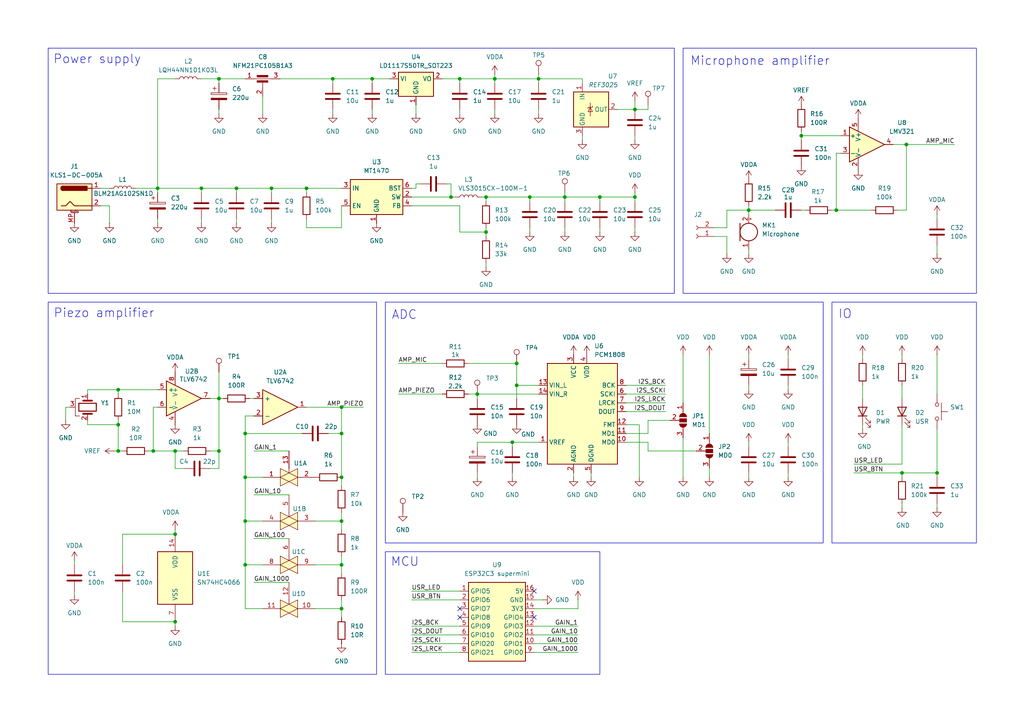
<source format=kicad_sch>
(kicad_sch (version 20231120) (generator "eeschema") (generator_version "8.0")
  (paper "A4")
  (junction (at 88.9 54.61))
  (junction (at 34.29 130.81))
  (junction (at 149.86 105.41))
  (junction (at 153.67 57.15))
  (junction (at 44.45 130.81))
  (junction (at 130.81 57.15))
  (junction (at 71.12 138.43))
  (junction (at 58.42 54.61))
  (junction (at 45.72 54.61))
  (junction (at 138.43 114.3))
  (junction (at 262.89 41.91))
  (junction (at 184.15 31.75))
  (junction (at 99.06 138.43))
  (junction (at 50.8 180.34))
  (junction (at 34.29 113.03))
  (junction (at 149.86 111.76))
  (junction (at 184.15 57.15))
  (junction (at 140.97 67.31))
  (junction (at 50.8 130.81))
  (junction (at 63.5 130.81))
  (junction (at 99.06 118.11))
  (junction (at 50.8 154.94))
  (junction (at 217.17 60.96))
  (junction (at 71.12 125.73))
  (junction (at 99.06 163.83))
  (junction (at 163.83 57.15))
  (junction (at 96.52 22.86))
  (junction (at 99.06 151.13))
  (junction (at 148.59 128.27))
  (junction (at 107.95 22.86))
  (junction (at 261.62 137.16))
  (junction (at 232.41 39.37))
  (junction (at 63.5 115.57))
  (junction (at 78.74 54.61))
  (junction (at 133.35 22.86))
  (junction (at 143.51 22.86))
  (junction (at 68.58 54.61))
  (junction (at 173.99 57.15))
  (junction (at 99.06 125.73))
  (junction (at 63.5 22.86))
  (junction (at 140.97 57.15))
  (junction (at 271.78 137.16))
  (junction (at 156.21 22.86))
  (junction (at 71.12 163.83))
  (junction (at 99.06 176.53))
  (junction (at 71.12 151.13))
  (junction (at 34.29 123.19))
  (junction (at 242.57 60.96))
  (no_connect (at 133.35 176.53))
  (no_connect (at 154.94 171.45))
  (no_connect (at 154.94 179.07))
  (no_connect (at 133.35 179.07))
  (wire (pts (xy 154.94 184.15) (xy 167.64 184.15)))
  (wire (pts (xy 228.6 128.27) (xy 228.6 129.54)))
  (wire (pts (xy 138.43 128.27) (xy 148.59 128.27)))
  (wire (pts (xy 34.29 123.19) (xy 34.29 121.92)))
  (wire (pts (xy 31.75 59.69) (xy 29.21 59.69)))
  (wire (pts (xy 205.74 135.89) (xy 205.74 138.43)))
  (wire (pts (xy 232.41 39.37) (xy 243.84 39.37)))
  (wire (pts (xy 63.5 31.75) (xy 63.5 33.02)))
  (wire (pts (xy 217.17 60.96) (xy 217.17 62.23)))
  (wire (pts (xy 167.64 176.53) (xy 154.94 176.53)))
  (wire (pts (xy 34.29 130.81) (xy 34.29 123.19)))
  (wire (pts (xy 262.89 60.96) (xy 260.35 60.96)))
  (wire (pts (xy 187.96 125.73) (xy 181.61 125.73)))
  (wire (pts (xy 99.06 173.99) (xy 99.06 176.53)))
  (wire (pts (xy 81.28 22.86) (xy 96.52 22.86)))
  (wire (pts (xy 88.9 55.88) (xy 88.9 54.61)))
  (wire (pts (xy 71.12 125.73) (xy 71.12 120.65)))
  (wire (pts (xy 78.74 54.61) (xy 78.74 55.88)))
  (wire (pts (xy 119.38 57.15) (xy 130.81 57.15)))
  (wire (pts (xy 45.72 22.86) (xy 45.72 54.61)))
  (wire (pts (xy 91.44 163.83) (xy 99.06 163.83)))
  (wire (pts (xy 76.2 176.53) (xy 71.12 176.53)))
  (wire (pts (xy 99.06 151.13) (xy 99.06 153.67)))
  (wire (pts (xy 19.05 121.92) (xy 19.05 118.11)))
  (wire (pts (xy 217.17 102.87) (xy 217.17 104.14)))
  (wire (pts (xy 247.65 137.16) (xy 261.62 137.16)))
  (wire (pts (xy 250.19 123.19) (xy 250.19 124.46)))
  (wire (pts (xy 44.45 118.11) (xy 44.45 130.81)))
  (wire (pts (xy 50.8 130.81) (xy 53.34 130.81)))
  (wire (pts (xy 58.42 22.86) (xy 63.5 22.86)))
  (wire (pts (xy 167.64 173.99) (xy 167.64 176.53)))
  (wire (pts (xy 242.57 44.45) (xy 242.57 60.96)))
  (wire (pts (xy 217.17 111.76) (xy 217.17 113.03)))
  (wire (pts (xy 247.65 134.62) (xy 261.62 134.62)))
  (wire (pts (xy 262.89 41.91) (xy 262.89 60.96)))
  (wire (pts (xy 210.82 66.04) (xy 210.82 60.96)))
  (wire (pts (xy 63.5 115.57) (xy 63.5 130.81)))
  (wire (pts (xy 71.12 151.13) (xy 71.12 163.83)))
  (wire (pts (xy 119.38 171.45) (xy 133.35 171.45)))
  (wire (pts (xy 163.83 57.15) (xy 173.99 57.15)))
  (wire (pts (xy 138.43 128.27) (xy 138.43 129.54)))
  (wire (pts (xy 25.4 123.19) (xy 34.29 123.19)))
  (wire (pts (xy 198.12 102.87) (xy 198.12 116.84)))
  (wire (pts (xy 95.25 125.73) (xy 99.06 125.73)))
  (wire (pts (xy 119.38 184.15) (xy 133.35 184.15)))
  (wire (pts (xy 63.5 115.57) (xy 64.77 115.57)))
  (wire (pts (xy 133.35 67.31) (xy 140.97 67.31)))
  (wire (pts (xy 60.96 115.57) (xy 63.5 115.57)))
  (wire (pts (xy 99.06 179.07) (xy 99.06 176.53)))
  (wire (pts (xy 63.5 135.89) (xy 60.96 135.89)))
  (wire (pts (xy 140.97 57.15) (xy 140.97 58.42)))
  (wire (pts (xy 148.59 138.43) (xy 148.59 137.16)))
  (wire (pts (xy 271.78 137.16) (xy 271.78 138.43)))
  (wire (pts (xy 76.2 163.83) (xy 71.12 163.83)))
  (wire (pts (xy 107.95 22.86) (xy 113.03 22.86)))
  (wire (pts (xy 173.99 57.15) (xy 184.15 57.15)))
  (wire (pts (xy 58.42 63.5) (xy 58.42 64.77)))
  (wire (pts (xy 35.56 180.34) (xy 50.8 180.34)))
  (wire (pts (xy 163.83 58.42) (xy 163.83 57.15)))
  (wire (pts (xy 271.78 102.87) (xy 271.78 114.3)))
  (wire (pts (xy 154.94 181.61) (xy 167.64 181.61)))
  (wire (pts (xy 187.96 128.27) (xy 181.61 128.27)))
  (wire (pts (xy 34.29 113.03) (xy 34.29 114.3)))
  (wire (pts (xy 39.37 54.61) (xy 45.72 54.61)))
  (wire (pts (xy 71.12 125.73) (xy 87.63 125.73)))
  (wire (pts (xy 149.86 111.76) (xy 156.21 111.76)))
  (wire (pts (xy 181.61 111.76) (xy 193.04 111.76)))
  (wire (pts (xy 140.97 67.31) (xy 140.97 68.58)))
  (wire (pts (xy 241.3 60.96) (xy 242.57 60.96)))
  (wire (pts (xy 121.92 53.34) (xy 120.65 53.34)))
  (wire (pts (xy 25.4 113.03) (xy 25.4 114.3)))
  (wire (pts (xy 217.17 137.16) (xy 217.17 138.43)))
  (wire (pts (xy 261.62 137.16) (xy 261.62 138.43)))
  (wire (pts (xy 261.62 147.32) (xy 261.62 146.05)))
  (wire (pts (xy 168.91 39.37) (xy 168.91 40.64)))
  (wire (pts (xy 45.72 54.61) (xy 58.42 54.61)))
  (wire (pts (xy 187.96 121.92) (xy 187.96 125.73)))
  (wire (pts (xy 181.61 114.3) (xy 193.04 114.3)))
  (wire (pts (xy 138.43 114.3) (xy 156.21 114.3)))
  (wire (pts (xy 21.59 172.72) (xy 21.59 171.45)))
  (wire (pts (xy 173.99 58.42) (xy 173.99 57.15)))
  (wire (pts (xy 133.35 22.86) (xy 143.51 22.86)))
  (wire (pts (xy 88.9 118.11) (xy 99.06 118.11)))
  (wire (pts (xy 149.86 111.76) (xy 149.86 115.57)))
  (wire (pts (xy 210.82 73.66) (xy 210.82 68.58)))
  (wire (pts (xy 50.8 153.67) (xy 50.8 154.94)))
  (wire (pts (xy 140.97 67.31) (xy 140.97 66.04)))
  (wire (pts (xy 21.59 162.56) (xy 21.59 163.83)))
  (wire (pts (xy 179.07 31.75) (xy 184.15 31.75)))
  (wire (pts (xy 99.06 118.11) (xy 99.06 125.73)))
  (wire (pts (xy 184.15 39.37) (xy 184.15 40.64)))
  (wire (pts (xy 73.66 130.81) (xy 83.82 130.81)))
  (wire (pts (xy 261.62 111.76) (xy 261.62 115.57)))
  (wire (pts (xy 107.95 24.13) (xy 107.95 22.86)))
  (wire (pts (xy 261.62 102.87) (xy 261.62 104.14)))
  (wire (pts (xy 271.78 62.23) (xy 271.78 63.5)))
  (wire (pts (xy 63.5 24.13) (xy 63.5 22.86)))
  (wire (pts (xy 149.86 105.41) (xy 149.86 111.76)))
  (wire (pts (xy 228.6 102.87) (xy 228.6 104.14)))
  (wire (pts (xy 96.52 22.86) (xy 107.95 22.86)))
  (wire (pts (xy 156.21 24.13) (xy 156.21 22.86)))
  (wire (pts (xy 181.61 119.38) (xy 193.04 119.38)))
  (wire (pts (xy 184.15 66.04) (xy 184.15 67.31)))
  (wire (pts (xy 33.02 130.81) (xy 34.29 130.81)))
  (wire (pts (xy 217.17 60.96) (xy 224.79 60.96)))
  (wire (pts (xy 120.65 53.34) (xy 120.65 54.61)))
  (wire (pts (xy 242.57 44.45) (xy 243.84 44.45)))
  (wire (pts (xy 135.89 105.41) (xy 149.86 105.41)))
  (wire (pts (xy 115.57 114.3) (xy 128.27 114.3)))
  (wire (pts (xy 232.41 60.96) (xy 233.68 60.96)))
  (wire (pts (xy 271.78 146.05) (xy 271.78 147.32)))
  (wire (pts (xy 168.91 24.13) (xy 168.91 22.86)))
  (wire (pts (xy 99.06 140.97) (xy 99.06 138.43)))
  (wire (pts (xy 128.27 22.86) (xy 133.35 22.86)))
  (wire (pts (xy 35.56 163.83) (xy 35.56 154.94)))
  (wire (pts (xy 71.12 138.43) (xy 71.12 151.13)))
  (wire (pts (xy 76.2 151.13) (xy 71.12 151.13)))
  (wire (pts (xy 129.54 53.34) (xy 130.81 53.34)))
  (wire (pts (xy 138.43 137.16) (xy 138.43 138.43)))
  (wire (pts (xy 19.05 118.11) (xy 20.32 118.11)))
  (wire (pts (xy 73.66 143.51) (xy 83.82 143.51)))
  (wire (pts (xy 153.67 57.15) (xy 163.83 57.15)))
  (wire (pts (xy 34.29 130.81) (xy 35.56 130.81)))
  (wire (pts (xy 63.5 130.81) (xy 63.5 135.89)))
  (wire (pts (xy 99.06 161.29) (xy 99.06 163.83)))
  (wire (pts (xy 50.8 22.86) (xy 45.72 22.86)))
  (wire (pts (xy 96.52 31.75) (xy 96.52 33.02)))
  (wire (pts (xy 99.06 118.11) (xy 105.41 118.11)))
  (wire (pts (xy 261.62 134.62) (xy 261.62 123.19)))
  (wire (pts (xy 184.15 58.42) (xy 184.15 57.15)))
  (wire (pts (xy 153.67 66.04) (xy 153.67 67.31)))
  (wire (pts (xy 187.96 30.48) (xy 187.96 31.75)))
  (wire (pts (xy 99.06 166.37) (xy 99.06 163.83)))
  (wire (pts (xy 99.06 66.04) (xy 99.06 59.69)))
  (wire (pts (xy 88.9 66.04) (xy 99.06 66.04)))
  (wire (pts (xy 154.94 186.69) (xy 167.64 186.69)))
  (wire (pts (xy 76.2 27.94) (xy 76.2 33.02)))
  (wire (pts (xy 156.21 21.59) (xy 156.21 22.86)))
  (wire (pts (xy 60.96 130.81) (xy 63.5 130.81)))
  (wire (pts (xy 58.42 55.88) (xy 58.42 54.61)))
  (wire (pts (xy 130.81 53.34) (xy 130.81 57.15)))
  (wire (pts (xy 250.19 102.87) (xy 250.19 104.14)))
  (wire (pts (xy 76.2 138.43) (xy 71.12 138.43)))
  (wire (pts (xy 73.66 156.21) (xy 83.82 156.21)))
  (wire (pts (xy 63.5 22.86) (xy 71.12 22.86)))
  (wire (pts (xy 210.82 60.96) (xy 217.17 60.96)))
  (wire (pts (xy 198.12 127) (xy 198.12 138.43)))
  (wire (pts (xy 73.66 168.91) (xy 83.82 168.91)))
  (wire (pts (xy 187.96 31.75) (xy 184.15 31.75)))
  (wire (pts (xy 99.06 148.59) (xy 99.06 151.13)))
  (wire (pts (xy 228.6 113.03) (xy 228.6 111.76)))
  (wire (pts (xy 185.42 138.43) (xy 185.42 123.19)))
  (wire (pts (xy 140.97 76.2) (xy 140.97 77.47)))
  (wire (pts (xy 171.45 138.43) (xy 171.45 137.16)))
  (wire (pts (xy 133.35 59.69) (xy 133.35 67.31)))
  (wire (pts (xy 140.97 57.15) (xy 153.67 57.15)))
  (wire (pts (xy 72.39 115.57) (xy 73.66 115.57)))
  (wire (pts (xy 143.51 22.86) (xy 156.21 22.86)))
  (wire (pts (xy 181.61 116.84) (xy 193.04 116.84)))
  (wire (pts (xy 119.38 59.69) (xy 133.35 59.69)))
  (wire (pts (xy 119.38 173.99) (xy 133.35 173.99)))
  (wire (pts (xy 34.29 113.03) (xy 45.72 113.03)))
  (wire (pts (xy 44.45 130.81) (xy 43.18 130.81)))
  (wire (pts (xy 96.52 22.86) (xy 96.52 24.13)))
  (wire (pts (xy 143.51 31.75) (xy 143.51 33.02)))
  (wire (pts (xy 68.58 63.5) (xy 68.58 64.77)))
  (wire (pts (xy 143.51 21.59) (xy 143.51 22.86)))
  (wire (pts (xy 252.73 60.96) (xy 242.57 60.96)))
  (wire (pts (xy 250.19 111.76) (xy 250.19 115.57)))
  (wire (pts (xy 139.7 57.15) (xy 140.97 57.15)))
  (wire (pts (xy 194.31 121.92) (xy 187.96 121.92)))
  (wire (pts (xy 156.21 22.86) (xy 168.91 22.86)))
  (wire (pts (xy 45.72 118.11) (xy 44.45 118.11)))
  (wire (pts (xy 35.56 171.45) (xy 35.56 180.34)))
  (wire (pts (xy 99.06 125.73) (xy 99.06 138.43)))
  (wire (pts (xy 232.41 39.37) (xy 232.41 40.64)))
  (wire (pts (xy 201.93 130.81) (xy 187.96 130.81)))
  (wire (pts (xy 207.01 66.04) (xy 210.82 66.04)))
  (wire (pts (xy 25.4 121.92) (xy 25.4 123.19)))
  (wire (pts (xy 135.89 114.3) (xy 138.43 114.3)))
  (wire (pts (xy 130.81 57.15) (xy 132.08 57.15)))
  (wire (pts (xy 119.38 186.69) (xy 133.35 186.69)))
  (wire (pts (xy 185.42 123.19) (xy 181.61 123.19)))
  (wire (pts (xy 228.6 138.43) (xy 228.6 137.16)))
  (wire (pts (xy 232.41 38.1) (xy 232.41 39.37)))
  (wire (pts (xy 173.99 66.04) (xy 173.99 67.31)))
  (wire (pts (xy 91.44 151.13) (xy 99.06 151.13)))
  (wire (pts (xy 63.5 107.95) (xy 63.5 115.57)))
  (wire (pts (xy 119.38 189.23) (xy 133.35 189.23)))
  (wire (pts (xy 120.65 54.61) (xy 119.38 54.61)))
  (wire (pts (xy 187.96 130.81) (xy 187.96 128.27)))
  (wire (pts (xy 148.59 129.54) (xy 148.59 128.27)))
  (wire (pts (xy 154.94 189.23) (xy 167.64 189.23)))
  (wire (pts (xy 163.83 55.88) (xy 163.83 57.15)))
  (wire (pts (xy 71.12 120.65) (xy 73.66 120.65)))
  (wire (pts (xy 50.8 135.89) (xy 50.8 130.81)))
  (wire (pts (xy 68.58 55.88) (xy 68.58 54.61)))
  (wire (pts (xy 133.35 24.13) (xy 133.35 22.86)))
  (wire (pts (xy 262.89 41.91) (xy 276.86 41.91)))
  (wire (pts (xy 119.38 181.61) (xy 133.35 181.61)))
  (wire (pts (xy 68.58 54.61) (xy 78.74 54.61)))
  (wire (pts (xy 31.75 64.77) (xy 31.75 59.69)))
  (wire (pts (xy 210.82 68.58) (xy 207.01 68.58)))
  (wire (pts (xy 34.29 113.03) (xy 25.4 113.03)))
  (wire (pts (xy 45.72 63.5) (xy 45.72 64.77)))
  (wire (pts (xy 184.15 31.75) (xy 184.15 29.21)))
  (wire (pts (xy 45.72 55.88) (xy 45.72 54.61)))
  (wire (pts (xy 58.42 54.61) (xy 68.58 54.61)))
  (wire (pts (xy 271.78 124.46) (xy 271.78 137.16)))
  (wire (pts (xy 71.12 176.53) (xy 71.12 163.83)))
  (wire (pts (xy 71.12 125.73) (xy 71.12 138.43)))
  (wire (pts (xy 115.57 105.41) (xy 128.27 105.41)))
  (wire (pts (xy 153.67 58.42) (xy 153.67 57.15)))
  (wire (pts (xy 29.21 54.61) (xy 31.75 54.61)))
  (wire (pts (xy 133.35 31.75) (xy 133.35 33.02)))
  (wire (pts (xy 217.17 128.27) (xy 217.17 129.54)))
  (wire (pts (xy 166.37 138.43) (xy 166.37 137.16)))
  (wire (pts (xy 138.43 114.3) (xy 138.43 115.57)))
  (wire (pts (xy 50.8 130.81) (xy 44.45 130.81)))
  (wire (pts (xy 148.59 128.27) (xy 156.21 128.27)))
  (wire (pts (xy 156.21 31.75) (xy 156.21 33.02)))
  (wire (pts (xy 184.15 55.88) (xy 184.15 57.15)))
  (wire (pts (xy 78.74 63.5) (xy 78.74 64.77)))
  (wire (pts (xy 107.95 31.75) (xy 107.95 33.02)))
  (wire (pts (xy 154.94 173.99) (xy 157.48 173.99)))
  (wire (pts (xy 205.74 102.87) (xy 205.74 125.73)))
  (wire (pts (xy 91.44 176.53) (xy 99.06 176.53)))
  (wire (pts (xy 50.8 180.34) (xy 50.8 181.61)))
  (wire (pts (xy 217.17 73.66) (xy 217.17 72.39)))
  (wire (pts (xy 163.83 66.04) (xy 163.83 67.31)))
  (wire (pts (xy 261.62 137.16) (xy 271.78 137.16)))
  (wire (pts (xy 259.08 41.91) (xy 262.89 41.91)))
  (wire (pts (xy 88.9 63.5) (xy 88.9 66.04)))
  (wire (pts (xy 78.74 54.61) (xy 88.9 54.61)))
  (wire (pts (xy 143.51 24.13) (xy 143.51 22.86)))
  (wire (pts (xy 35.56 154.94) (xy 50.8 154.94)))
  (wire (pts (xy 53.34 135.89) (xy 50.8 135.89)))
  (wire (pts (xy 217.17 59.69) (xy 217.17 60.96)))
  (wire (pts (xy 88.9 54.61) (xy 99.06 54.61)))
  (wire (pts (xy 271.78 73.66) (xy 271.78 71.12)))
  (wire (pts (xy 120.65 30.48) (xy 120.65 33.02)))
  (rectangle (start 13.97 87.63) (end 109.22 195.58))
  (rectangle (start 111.76 87.63) (end 238.76 157.48))
  (rectangle (start 198.12 13.97) (end 283.21 85.09))
  (rectangle (start 241.3 87.63) (end 283.21 157.48))
  (rectangle (start 111.76 160.02) (end 173.99 195.58))
  (rectangle (start 13.97 13.97) (end 195.58 85.09))
  (text "ADC" (at 113.538 91.44 0) (effects (font (size 2.54 2.54)) (justify left)))
  (text "Power supply" (at 28.194 17.272 0) (effects (font (size 2.54 2.54))))
  (text "Piezo amplifier" (at 15.494 90.932 0) (effects (font (size 2.54 2.54)) (justify left)))
  (text "Microphone amplifier" (at 200.152 17.78 0) (effects (font (size 2.54 2.54)) (justify left)))
  (text "IO" (at 243.078 91.186 0) (effects (font (size 2.54 2.54)) (justify left)))
  (text "MCU" (at 113.284 163.068 0) (effects (font (size 2.54 2.54)) (justify left)))
  (label "GAIN_100" (at 167.64 186.69 180))
  (label "USR_BTN" (at 119.38 173.99 0))
  (label "I2S_DOUT" (at 193.04 119.38 180))
  (label "I2S_LRCK" (at 119.38 189.23 0))
  (label "GAIN_1" (at 167.64 181.61 180))
  (label "AMP_MIC" (at 276.86 41.91 180))
  (label "I2S_SCKI" (at 193.04 114.3 180))
  (label "GAIN_10" (at 73.66 143.51 0))
  (label "GAIN_1000" (at 73.66 168.91 0))
  (label "AMP_PIEZO" (at 115.57 114.3 0))
  (label "GAIN_1000" (at 167.64 189.23 180))
  (label "I2S_LRCK" (at 193.04 116.84 180))
  (label "USR_BTN" (at 247.65 137.16 0))
  (label "I2S_SCKI" (at 119.38 186.69 0))
  (label "GAIN_100" (at 73.66 156.21 0))
  (label "USR_LED" (at 119.38 171.45 0))
  (label "I2S_DOUT" (at 119.38 184.15 0))
  (label "GAIN_1" (at 73.66 130.81 0))
  (label "USR_LED" (at 247.65 134.62 0))
  (label "I2S_BCK" (at 119.38 181.61 0))
  (label "AMP_MIC" (at 115.57 105.41 0))
  (label "GAIN_10" (at 167.64 184.15 180))
  (label "AMP_PIEZO" (at 105.41 118.11 180))
  (label "I2S_BCK" (at 193.04 111.76 180))
  (symbol (lib_id "Device:C") (at 21.59 167.64 0) (unit 1)
    (property "Reference" "C1" (at 25.4 166.3699 0) (effects (justify left)))
    (property "Value" "100n" (at 25.4 168.9099 0) (effects (justify left)))
    (property "Footprint" "Capacitor_SMD:C_0603_1608Metric_Pad1.08x0.95mm_HandSolder" (effects (hide yes)))
    (property "Description" "Unpolarized capacitor" (effects (hide yes)))
  )
  (symbol (lib_id "power:GND") (at 261.62 147.32 0) (unit 1)
    (property "Reference" "#PWR069" (effects (hide yes)))
    (property "Value" "GND" (at 261.874 152.4 0))
    (property "Description" "Power symbol creates a global label with name \"GND\" , ground" (effects (hide yes)))
  )
  (symbol (lib_id "Connector:TestPoint") (at 116.84 148.59 0) (unit 1)
    (property "Reference" "TP2" (at 119.38 144.0179 0) (effects (justify left)))
    (property "Value" "TestPoint" (effects (hide yes)))
    (property "Footprint" "TestPoint:TestPoint_Pad_D2.0mm" (effects (hide yes)))
    (property "Description" "test point" (effects (hide yes)))
  )
  (symbol (lib_id "power:GND") (at 166.37 138.43 0) (unit 1)
    (property "Reference" "#PWR037" (effects (hide yes)))
    (property "Value" "GND" (at 166.37 143.51 0))
    (property "Description" "Power symbol creates a global label with name \"GND\" , ground" (effects (hide yes)))
  )
  (symbol (lib_id "Connector:TestPoint") (at 187.96 30.48 0) (unit 1)
    (property "Reference" "TP7" (at 189.23 25.654 0) (effects (justify left)))
    (property "Value" "TestPoint" (effects (hide yes)))
    (property "Footprint" "TestPoint:TestPoint_Pad_D2.0mm" (effects (hide yes)))
    (property "Description" "test point" (effects (hide yes)))
  )
  (symbol (lib_id "Device:C") (at 156.21 27.94 0) (unit 1)
    (property "Reference" "C21" (at 160.02 26.6699 0) (effects (justify left)))
    (property "Value" "1u" (at 160.02 29.2099 0) (effects (justify left)))
    (property "Footprint" "Capacitor_SMD:C_0603_1608Metric_Pad1.08x0.95mm_HandSolder" (effects (hide yes)))
    (property "Description" "Unpolarized capacitor" (effects (hide yes)))
  )
  (symbol (lib_id "power:VDD") (at 167.64 173.99 0) (unit 1)
    (property "Reference" "#PWR035" (effects (hide yes)))
    (property "Value" "VDD" (at 167.64 168.91 0))
    (property "Description" "Power symbol creates a global label with name \"VDD\"" (effects (hide yes)))
  )
  (symbol (lib_id "power:VDD") (at 217.17 128.27 0) (unit 1)
    (property "Reference" "#PWR056" (effects (hide yes)))
    (property "Value" "VDD" (at 217.17 123.19 0))
    (property "Description" "Power symbol creates a global label with name \"VDD\"" (effects (hide yes)))
  )
  (symbol (lib_id "Jumper:SolderJumper_3_Open") (at 205.74 130.81 270) (unit 1) (exclude_from_sim yes) (in_bom no)
    (property "Reference" "JP2" (at 208.28 129.5399 90) (effects (justify left)))
    (property "Value" "MD0" (at 208.28 132.0799 90) (effects (justify left)))
    (property "Footprint" "Jumper:SolderJumper-3_P1.3mm_Open_RoundedPad1.0x1.5mm" (effects (hide yes)))
    (property "Description" "Solder Jumper, 3-pole, open" (effects (hide yes)))
  )
  (symbol (lib_id "power:GND") (at 68.58 64.77 0) (unit 1)
    (property "Reference" "#PWR014" (effects (hide yes)))
    (property "Value" "GND" (at 68.58 69.85 0))
    (property "Description" "Power symbol creates a global label with name \"GND\" , ground" (effects (hide yes)))
  )
  (symbol (lib_id "Device:C") (at 107.95 27.94 0) (unit 1)
    (property "Reference" "C12" (at 111.76 26.6699 0) (effects (justify left)))
    (property "Value" "1u" (at 111.76 29.2099 0) (effects (justify left)))
    (property "Footprint" "Capacitor_SMD:C_0603_1608Metric_Pad1.08x0.95mm_HandSolder" (effects (hide yes)))
    (property "Description" "Unpolarized capacitor" (effects (hide yes)))
  )
  (symbol (lib_id "Device:R") (at 68.58 115.57 270) (unit 1)
    (property "Reference" "R4" (at 68.58 109.22 90))
    (property "Value" "100R" (at 68.58 111.76 90))
    (property "Footprint" "Resistor_SMD:R_0603_1608Metric_Pad0.98x0.95mm_HandSolder" (effects (hide yes)))
    (property "Description" "Resistor" (effects (hide yes)))
  )
  (symbol (lib_id "power:GND") (at 19.05 121.92 0) (unit 1)
    (property "Reference" "#PWR01" (effects (hide yes)))
    (property "Value" "GND" (at 19.05 127 0))
    (property "Description" "Power symbol creates a global label with name \"GND\" , ground" (effects (hide yes)))
  )
  (symbol (lib_id "power:GND") (at 78.74 64.77 0) (unit 1)
    (property "Reference" "#PWR016" (effects (hide yes)))
    (property "Value" "GND" (at 78.74 69.85 0))
    (property "Description" "Power symbol creates a global label with name \"GND\" , ground" (effects (hide yes)))
  )
  (symbol (lib_id "Device:C") (at 133.35 27.94 0) (unit 1)
    (property "Reference" "C14" (at 137.16 26.6699 0) (effects (justify left)))
    (property "Value" "1u" (at 137.16 29.2099 0) (effects (justify left)))
    (property "Footprint" "Capacitor_SMD:C_0603_1608Metric_Pad1.08x0.95mm_HandSolder" (effects (hide yes)))
    (property "Description" "Unpolarized capacitor" (effects (hide yes)))
  )
  (symbol (lib_id "power:GND") (at 99.06 186.69 0) (unit 1)
    (property "Reference" "#PWR018" (effects (hide yes)))
    (property "Value" "GND" (at 99.06 191.77 0))
    (property "Description" "Power symbol creates a global label with name \"GND\" , ground" (effects (hide yes)))
  )
  (symbol (lib_id "power:VDDA") (at 217.17 52.07 0) (unit 1)
    (property "Reference" "#PWR052" (effects (hide yes)))
    (property "Value" "VDDA" (at 217.17 47.752 0))
    (property "Description" "Power symbol creates a global label with name \"VDDA\"" (effects (hide yes)))
  )
  (symbol (lib_id "power:GND") (at 171.45 138.43 0) (unit 1)
    (property "Reference" "#PWR040" (effects (hide yes)))
    (property "Value" "GND" (at 171.45 143.51 0))
    (property "Description" "Power symbol creates a global label with name \"GND\" , ground" (effects (hide yes)))
  )
  (symbol (lib_id "power:GND") (at 184.15 67.31 0) (unit 1)
    (property "Reference" "#PWR045" (effects (hide yes)))
    (property "Value" "GND" (at 184.15 72.39 0))
    (property "Description" "Power symbol creates a global label with name \"GND\" , ground" (effects (hide yes)))
  )
  (symbol (lib_id "power:GND") (at 163.83 67.31 0) (unit 1)
    (property "Reference" "#PWR034" (effects (hide yes)))
    (property "Value" "GND" (at 163.83 72.39 0))
    (property "Description" "Power symbol creates a global label with name \"GND\" , ground" (effects (hide yes)))
  )
  (symbol (lib_id "4xxx:4066") (at 83.82 138.43 0) (unit 1)
    (property "Reference" "U1" (at 87.122 134.366 0))
    (property "Value" "SN74HC4066" (effects (hide yes)))
    (property "Footprint" "Package_SO:SO-14_3.9x8.65mm_P1.27mm" (effects (hide yes)))
    (property "Datasheet" "http://www.ti.com/lit/ds/symlink/cd4066b.pdf" (effects (hide yes)))
    (property "Description" "Quad Analog Switches" (effects (hide yes)))
  )
  (symbol (lib_id "power:GND") (at 184.15 40.64 0) (unit 1)
    (property "Reference" "#PWR043" (effects (hide yes)))
    (property "Value" "GND" (at 184.15 45.72 0))
    (property "Description" "Power symbol creates a global label with name \"GND\" , ground" (effects (hide yes)))
  )
  (symbol (lib_id "power:GND") (at 21.59 64.77 0) (unit 1)
    (property "Reference" "#PWR02" (effects (hide yes)))
    (property "Value" "GND" (at 21.59 69.85 0))
    (property "Description" "Power symbol creates a global label with name \"GND\" , ground" (effects (hide yes)))
  )
  (symbol (lib_id "Connector:TestPoint") (at 63.5 107.95 0) (unit 1)
    (property "Reference" "TP1" (at 66.04 103.3779 0) (effects (justify left)))
    (property "Value" "TestPoint" (effects (hide yes)))
    (property "Footprint" "TestPoint:TestPoint_Pad_D2.0mm" (effects (hide yes)))
    (property "Description" "test point" (effects (hide yes)))
  )
  (symbol (lib_id "Device:R") (at 140.97 62.23 0) (unit 1)
    (property "Reference" "R13" (at 143.51 60.9599 0) (effects (justify left)))
    (property "Value" "100k" (at 143.51 63.4999 0) (effects (justify left)))
    (property "Footprint" "Resistor_SMD:R_0603_1608Metric_Pad0.98x0.95mm_HandSolder" (effects (hide yes)))
    (property "Description" "Resistor" (effects (hide yes)))
  )
  (symbol (lib_id "power:VDDA") (at 50.8 153.67 0) (unit 1)
    (property "Reference" "#PWR010" (effects (hide yes)))
    (property "Value" "VDDA" (at 49.53 148.59 0))
    (property "Description" "Power symbol creates a global label with name \"VDDA\"" (effects (hide yes)))
  )
  (symbol (lib_id "Device:R") (at 261.62 107.95 0) (unit 1)
    (property "Reference" "R20" (at 264.16 106.6799 0) (effects (justify left)))
    (property "Value" "1k" (at 264.16 109.2199 0) (effects (justify left)))
    (property "Footprint" "Resistor_SMD:R_0603_1608Metric_Pad0.98x0.95mm_HandSolder" (effects (hide yes)))
    (property "Description" "Resistor" (effects (hide yes)))
  )
  (symbol (lib_id "Device:C_Polarized") (at 217.17 107.95 0) (unit 1)
    (property "Reference" "C26" (at 220.98 105.7909 0) (effects (justify left)))
    (property "Value" "10u" (at 220.98 108.3309 0) (effects (justify left)))
    (property "Footprint" "Capacitor_Tantalum_SMD:CP_EIA-3216-12_Kemet-S_Pad1.58x1.35mm_HandSolder" (effects (hide yes)))
    (property "Description" "Polarized capacitor" (effects (hide yes)))
  )
  (symbol (lib_id "Device:C") (at 184.15 35.56 0) (unit 1)
    (property "Reference" "C24" (at 187.96 34.2899 0) (effects (justify left)))
    (property "Value" "1u" (at 187.96 36.8299 0) (effects (justify left)))
    (property "Footprint" "Capacitor_SMD:C_0603_1608Metric_Pad1.08x0.95mm_HandSolder" (effects (hide yes)))
    (property "Description" "Unpolarized capacitor" (effects (hide yes)))
  )
  (symbol (lib_id "power:VDDA") (at 248.92 34.29 0) (unit 1)
    (property "Reference" "#PWR064" (effects (hide yes)))
    (property "Value" "VDDA" (at 248.92 29.972 0))
    (property "Description" "Power symbol creates a global label with name \"VDDA\"" (effects (hide yes)))
  )
  (symbol (lib_id "power:GND") (at 96.52 33.02 0) (unit 1)
    (property "Reference" "#PWR017" (effects (hide yes)))
    (property "Value" "GND" (at 96.52 38.1 0))
    (property "Description" "Power symbol creates a global label with name \"GND\" , ground" (effects (hide yes)))
  )
  (symbol (lib_id "power:GND") (at 138.43 123.19 0) (unit 1)
    (property "Reference" "#PWR024" (effects (hide yes)))
    (property "Value" "GND" (at 142.24 125.73 0))
    (property "Description" "Power symbol creates a global label with name \"GND\" , ground" (effects (hide yes)))
  )
  (symbol (lib_id "Device:C_Polarized") (at 138.43 133.35 0) (unit 1)
    (property "Reference" "C16" (at 142.24 131.1909 0) (effects (justify left)))
    (property "Value" "10u" (at 142.24 133.7309 0) (effects (justify left)))
    (property "Footprint" "Capacitor_Tantalum_SMD:CP_EIA-3216-12_Kemet-S_Pad1.58x1.35mm_HandSolder" (effects (hide yes)))
    (property "Description" "Polarized capacitor" (effects (hide yes)))
  )
  (symbol (lib_id "Connector:Conn_01x02_Socket") (at 201.93 68.58 180) (unit 1)
    (property "Reference" "J2" (at 202.438 62.23 0))
    (property "Value" "Conn_01x02_Socket" (effects (hide yes)))
    (property "Footprint" "Connector_PinHeader_2.00mm:PinHeader_1x02_P2.00mm_Vertical" (effects (hide yes)))
    (property "Description" "Generic connector, single row, 01x02, script generated" (effects (hide yes)))
  )
  (symbol (lib_id "Device:R") (at 99.06 182.88 180) (unit 1)
    (property "Reference" "R10" (at 101.6 181.6099 0) (effects (justify right)))
    (property "Value" "10R" (at 101.6 184.1499 0) (effects (justify right)))
    (property "Footprint" "Resistor_SMD:R_0603_1608Metric_Pad0.98x0.95mm_HandSolder" (effects (hide yes)))
    (property "Description" "Resistor" (effects (hide yes)))
  )
  (symbol (lib_id "Device:R") (at 232.41 34.29 180) (unit 1)
    (property "Reference" "R16" (at 234.95 33.0199 0) (effects (justify right)))
    (property "Value" "100R" (at 234.95 35.5599 0) (effects (justify right)))
    (property "Footprint" "Resistor_SMD:R_0603_1608Metric_Pad0.98x0.95mm_HandSolder" (effects (hide yes)))
    (property "Description" "Resistor" (effects (hide yes)))
  )
  (symbol (lib_id "power:GND") (at 120.65 33.02 0) (unit 1)
    (property "Reference" "#PWR022" (effects (hide yes)))
    (property "Value" "GND" (at 120.65 38.1 0))
    (property "Description" "Power symbol creates a global label with name \"GND\" , ground" (effects (hide yes)))
  )
  (symbol (lib_id "Device:C_Polarized") (at 45.72 59.69 0) (unit 1)
    (property "Reference" "C3" (at 49.53 57.5309 0) (effects (justify left)))
    (property "Value" "220u" (at 49.53 60.0709 0) (effects (justify left)))
    (property "Footprint" "Capacitor_SMD:CP_Elec_6.3x7.7" (effects (hide yes)))
    (property "Description" "Polarized capacitor" (effects (hide yes)))
  )
  (symbol (lib_id "Connector:TestPoint") (at 156.21 21.59 0) (unit 1)
    (property "Reference" "TP5" (at 154.432 16.002 0) (effects (justify left)))
    (property "Value" "TestPoint" (effects (hide yes)))
    (property "Footprint" "TestPoint:TestPoint_Pad_D2.0mm" (effects (hide yes)))
    (property "Description" "test point" (effects (hide yes)))
  )
  (symbol (lib_id "4xxx:4066") (at 50.8 167.64 0) (unit 5)
    (property "Reference" "U1" (at 57.15 166.3699 0) (effects (justify left)))
    (property "Value" "SN74HC4066" (at 57.15 168.9099 0) (effects (justify left)))
    (property "Footprint" "Package_SO:SO-14_3.9x8.65mm_P1.27mm" (effects (hide yes)))
    (property "Datasheet" "http://www.ti.com/lit/ds/symlink/cd4066b.pdf" (effects (hide yes)))
    (property "Description" "Quad Analog Switches" (effects (hide yes)))
  )
  (symbol (lib_id "Device:Opamp_Dual") (at 53.34 115.57 0) (unit 2)
    (property "Reference" "U2" (at 55.626 107.696 0))
    (property "Value" "TLV6742" (at 56.134 109.982 0))
    (property "Footprint" "Package_SO:SSOP-8_3.9x5.05mm_P1.27mm" (effects (hide yes)))
    (property "Description" "Dual operational amplifier" (effects (hide yes)))
    (property "Sim.Library" "${KICAD7_SYMBOL_DIR}/Simulation_SPICE.sp" (effects (hide yes)))
    (property "Sim.Name" "kicad_builtin_opamp_dual" (effects (hide yes)))
    (property "Sim.Device" "SUBCKT" (effects (hide yes)))
    (property "Sim.Pins" "1=out1 2=in1- 3=in1+ 4=vee 5=in2+ 6=in2- 7=out2 8=vcc" (effects (hide yes)))
  )
  (symbol (lib_id "Device:C") (at 232.41 44.45 180) (unit 1)
    (property "Reference" "C31" (at 236.22 43.1799 0) (effects (justify right)))
    (property "Value" "100n" (at 236.22 45.7199 0) (effects (justify right)))
    (property "Footprint" "Capacitor_SMD:C_0603_1608Metric_Pad1.08x0.95mm_HandSolder" (effects (hide yes)))
    (property "Description" "Unpolarized capacitor" (effects (hide yes)))
  )
  (symbol (lib_id "Device:R") (at 256.54 60.96 270) (unit 1)
    (property "Reference" "R19" (at 256.54 54.61 90))
    (property "Value" "100k" (at 256.54 57.15 90))
    (property "Footprint" "Resistor_SMD:R_0603_1608Metric_Pad0.98x0.95mm_HandSolder" (effects (hide yes)))
    (property "Description" "Resistor" (effects (hide yes)))
  )
  (symbol (lib_id "power:GND") (at 232.41 48.26 0) (unit 1)
    (property "Reference" "#PWR063" (effects (hide yes)))
    (property "Value" "GND" (at 232.41 53.34 0))
    (property "Description" "Power symbol creates a global label with name \"GND\" , ground" (effects (hide yes)))
  )
  (symbol (lib_id "power:GND") (at 63.5 33.02 0) (unit 1)
    (property "Reference" "#PWR013" (effects (hide yes)))
    (property "Value" "GND" (at 63.5 38.1 0))
    (property "Description" "Power symbol creates a global label with name \"GND\" , ground" (effects (hide yes)))
  )
  (symbol (lib_id "Device:L") (at 54.61 22.86 90) (unit 1)
    (property "Reference" "L2" (at 54.61 17.78 90))
    (property "Value" "LQH44NN101K03L" (at 54.61 20.32 90))
    (property "Footprint" "Inductor_SMD:L_Taiyo-Yuden_NR-40xx_HandSoldering" (effects (hide yes)))
    (property "Description" "Inductor" (effects (hide yes)))
  )
  (symbol (lib_id "power:GND") (at 76.2 33.02 0) (unit 1)
    (property "Reference" "#PWR015" (effects (hide yes)))
    (property "Value" "GND" (at 76.2 38.1 0))
    (property "Description" "Power symbol creates a global label with name \"GND\" , ground" (effects (hide yes)))
  )
  (symbol (lib_id "Device:C") (at 184.15 62.23 0) (unit 1)
    (property "Reference" "C25" (at 187.96 60.9599 0) (effects (justify left)))
    (property "Value" "10u" (at 187.96 63.4999 0) (effects (justify left)))
    (property "Footprint" "Capacitor_SMD:C_0603_1608Metric_Pad1.08x0.95mm_HandSolder" (effects (hide yes)))
    (property "Description" "Unpolarized capacitor" (effects (hide yes)))
  )
  (symbol (lib_id "power:GND") (at 31.75 64.77 0) (unit 1)
    (property "Reference" "#PWR05" (effects (hide yes)))
    (property "Value" "GND" (at 31.75 69.85 0))
    (property "Description" "Power symbol creates a global label with name \"GND\" , ground" (effects (hide yes)))
  )
  (symbol (lib_id "Device:Opamp_Dual") (at 81.28 118.11 0) (unit 1)
    (property "Reference" "U2" (at 81.28 107.95 0))
    (property "Value" "TLV6742" (at 81.28 110.49 0))
    (property "Footprint" "Package_SO:SSOP-8_3.9x5.05mm_P1.27mm" (effects (hide yes)))
    (property "Description" "Dual operational amplifier" (effects (hide yes)))
    (property "Sim.Library" "${KICAD7_SYMBOL_DIR}/Simulation_SPICE.sp" (effects (hide yes)))
    (property "Sim.Name" "kicad_builtin_opamp_dual" (effects (hide yes)))
    (property "Sim.Device" "SUBCKT" (effects (hide yes)))
    (property "Sim.Pins" "1=out1 2=in1- 3=in1+ 4=vee 5=in2+ 6=in2- 7=out2 8=vcc" (effects (hide yes)))
  )
  (symbol (lib_id "Amplifier_Operational:LM321") (at 251.46 41.91 0) (unit 1)
    (property "Reference" "U8" (at 261.62 35.5914 0))
    (property "Value" "LMV321" (at 261.62 38.1314 0))
    (property "Footprint" "Package_TO_SOT_SMD:SOT-23-5" (effects (hide yes)))
    (property "Datasheet" "http://www.ti.com/lit/ds/symlink/lm321.pdf" (effects (hide yes)))
    (property "Description" "Low Power Single Operational Amplifier, SOT-23-5" (effects (hide yes)))
  )
  (symbol (lib_id "power:GND") (at 210.82 73.66 0) (unit 1)
    (property "Reference" "#PWR051" (effects (hide yes)))
    (property "Value" "GND" (at 210.82 78.74 0))
    (property "Description" "Power symbol creates a global label with name \"GND\" , ground" (effects (hide yes)))
  )
  (symbol (lib_id "power:GND") (at 217.17 73.66 0) (unit 1)
    (property "Reference" "#PWR053" (effects (hide yes)))
    (property "Value" "GND" (at 217.17 78.74 0))
    (property "Description" "Power symbol creates a global label with name \"GND\" , ground" (effects (hide yes)))
  )
  (symbol (lib_id "Device:C") (at 228.6 107.95 0) (unit 1)
    (property "Reference" "C29" (at 232.41 106.6799 0) (effects (justify left)))
    (property "Value" "100n" (at 232.41 109.2199 0) (effects (justify left)))
    (property "Footprint" "Capacitor_SMD:C_0603_1608Metric_Pad1.08x0.95mm_HandSolder" (effects (hide yes)))
    (property "Description" "Unpolarized capacitor" (effects (hide yes)))
  )
  (symbol (lib_id "Device:R") (at 261.62 142.24 180) (unit 1)
    (property "Reference" "R21" (at 264.16 140.9699 0) (effects (justify right)))
    (property "Value" "100k" (at 264.16 143.5099 0) (effects (justify right)))
    (property "Footprint" "Resistor_SMD:R_0603_1608Metric_Pad0.98x0.95mm_HandSolder" (effects (hide yes)))
    (property "Description" "Resistor" (effects (hide yes)))
  )
  (symbol (lib_id "power:GND") (at 248.92 49.53 0) (unit 1)
    (property "Reference" "#PWR065" (effects (hide yes)))
    (property "Value" "GND" (at 248.92 54.61 0))
    (property "Description" "Power symbol creates a global label with name \"GND\" , ground" (effects (hide yes)))
  )
  (symbol (lib_id "Device:C") (at 138.43 119.38 0) (unit 1)
    (property "Reference" "C15" (at 142.24 118.1099 0) (effects (justify left)))
    (property "Value" "10n" (at 142.24 120.6499 0) (effects (justify left)))
    (property "Footprint" "Capacitor_SMD:C_0603_1608Metric_Pad1.08x0.95mm_HandSolder" (effects (hide yes)))
    (property "Description" "Unpolarized capacitor" (effects (hide yes)))
  )
  (symbol (lib_id "power:GND") (at 107.95 33.02 0) (unit 1)
    (property "Reference" "#PWR019" (effects (hide yes)))
    (property "Value" "GND" (at 107.95 38.1 0))
    (property "Description" "Power symbol creates a global label with name \"GND\" , ground" (effects (hide yes)))
  )
  (symbol (lib_id "Device:C") (at 163.83 62.23 0) (unit 1)
    (property "Reference" "C22" (at 167.64 60.9599 0) (effects (justify left)))
    (property "Value" "10u" (at 167.64 63.4999 0) (effects (justify left)))
    (property "Footprint" "Capacitor_SMD:C_0603_1608Metric_Pad1.08x0.95mm_HandSolder" (effects (hide yes)))
    (property "Description" "Unpolarized capacitor" (effects (hide yes)))
  )
  (symbol (lib_id "Device:C_Feedthrough") (at 76.2 25.4 0) (unit 1)
    (property "Reference" "C8" (at 76.2 16.51 0))
    (property "Value" "NFM21PC105B1A3" (at 76.2 19.05 0))
    (property "Footprint" "proj_lib:NFM21PC" (effects (hide yes)))
    (property "Description" "Feedthrough capacitor" (effects (hide yes)))
  )
  (symbol (lib_id "Device:L") (at 135.89 57.15 90) (unit 1)
    (property "Reference" "L3" (at 135.89 52.07 90))
    (property "Value" "VLS3015CX-100M-1" (at 143.002 54.61 90))
    (property "Footprint" "Inductor_SMD:L_Taiyo-Yuden_NR-30xx_HandSoldering" (effects (hide yes)))
    (property "Description" "Inductor" (effects (hide yes)))
  )
  (symbol (lib_id "power:GND") (at 250.19 124.46 0) (unit 1)
    (property "Reference" "#PWR067" (effects (hide yes)))
    (property "Value" "GND" (at 250.698 129.54 0))
    (property "Description" "Power symbol creates a global label with name \"GND\" , ground" (effects (hide yes)))
  )
  (symbol (lib_id "power:GND") (at 140.97 77.47 0) (unit 1)
    (property "Reference" "#PWR026" (effects (hide yes)))
    (property "Value" "GND" (at 140.97 82.55 0))
    (property "Description" "Power symbol creates a global label with name \"GND\" , ground" (effects (hide yes)))
  )
  (symbol (lib_id "power:+2V5") (at 232.41 30.48 0) (unit 1)
    (property "Reference" "#PWR062" (effects (hide yes)))
    (property "Value" "VREF" (at 232.41 26.162 0))
    (property "Description" "Power symbol creates a global label with name \"+2V5\"" (effects (hide yes)))
  )
  (symbol (lib_id "Device:C") (at 57.15 135.89 90) (unit 1)
    (property "Reference" "C4" (at 53.34 133.858 90))
    (property "Value" "22p" (at 60.706 133.858 90))
    (property "Footprint" "Capacitor_SMD:C_0603_1608Metric_Pad1.08x0.95mm_HandSolder" (effects (hide yes)))
    (property "Description" "Unpolarized capacitor" (effects (hide yes)))
  )
  (symbol (lib_id "power:GND") (at 138.43 138.43 0) (unit 1)
    (property "Reference" "#PWR025" (effects (hide yes)))
    (property "Value" "GND" (at 138.43 143.51 0))
    (property "Description" "Power symbol creates a global label with name \"GND\" , ground" (effects (hide yes)))
  )
  (symbol (lib_id "Regulator_Switching:MP1470") (at 109.22 57.15 0) (unit 1)
    (property "Reference" "U3" (at 109.22 46.99 0))
    (property "Value" "MT1470" (at 109.22 49.53 0))
    (property "Footprint" "Package_TO_SOT_SMD:TSOT-23-6" (effects (hide yes)))
    (property "Datasheet" "https://www.monolithicpower.com/pub/media/document/MP1470_r1.02.pdf" (effects (hide yes)))
    (property "Description" "High-Efficiency, 2A, 16V, 500kHz Synchronous, Step-Down Converter, TSOT-23-6" (effects (hide yes)))
  )
  (symbol (lib_id "power:GND") (at 185.42 138.43 0) (unit 1)
    (property "Reference" "#PWR046" (effects (hide yes)))
    (property "Value" "GND" (at 185.42 143.51 0))
    (property "Description" "Power symbol creates a global label with name \"GND\" , ground" (effects (hide yes)))
  )
  (symbol (lib_id "Device:Microphone") (at 217.17 67.31 0) (unit 1)
    (property "Reference" "MK1" (at 220.98 65.3414 0) (effects (justify left)))
    (property "Value" "Microphone" (at 220.98 67.8814 0) (effects (justify left)))
    (property "Footprint" "proj_lib:DGO9465CD" (effects (hide yes)))
    (property "Description" "Microphone" (effects (hide yes)))
  )
  (symbol (lib_id "Device:C") (at 78.74 59.69 0) (unit 1)
    (property "Reference" "C9" (at 82.55 58.4199 0) (effects (justify left)))
    (property "Value" "1u" (at 82.55 60.9599 0) (effects (justify left)))
    (property "Footprint" "Capacitor_SMD:C_0603_1608Metric_Pad1.08x0.95mm_HandSolder" (effects (hide yes)))
    (property "Description" "Unpolarized capacitor" (effects (hide yes)))
  )
  (symbol (lib_id "power:VDD") (at 261.62 102.87 0) (unit 1)
    (property "Reference" "#PWR068" (effects (hide yes)))
    (property "Value" "VDD" (at 261.62 97.79 0))
    (property "Description" "Power symbol creates a global label with name \"VDD\"" (effects (hide yes)))
  )
  (symbol (lib_id "Jumper:SolderJumper_3_Open") (at 198.12 121.92 270) (unit 1) (exclude_from_sim yes) (in_bom no)
    (property "Reference" "JP1" (at 200.66 120.6499 90) (effects (justify left)))
    (property "Value" "MD1" (at 200.66 123.1899 90) (effects (justify left)))
    (property "Footprint" "Jumper:SolderJumper-3_P1.3mm_Open_RoundedPad1.0x1.5mm" (effects (hide yes)))
    (property "Description" "Solder Jumper, 3-pole, open" (effects (hide yes)))
  )
  (symbol (lib_id "Device:C") (at 68.58 59.69 0) (unit 1)
    (property "Reference" "C7" (at 72.39 58.4199 0) (effects (justify left)))
    (property "Value" "10u" (at 72.39 60.9599 0) (effects (justify left)))
    (property "Footprint" "Capacitor_SMD:C_0603_1608Metric_Pad1.08x0.95mm_HandSolder" (effects (hide yes)))
    (property "Description" "Unpolarized capacitor" (effects (hide yes)))
  )
  (symbol (lib_id "power:GND") (at 148.59 138.43 0) (unit 1)
    (property "Reference" "#PWR029" (effects (hide yes)))
    (property "Value" "GND" (at 148.59 143.51 0))
    (property "Description" "Power symbol creates a global label with name \"GND\" , ground" (effects (hide yes)))
  )
  (symbol (lib_id "Connector:TestPoint") (at 138.43 114.3 0) (unit 1)
    (property "Reference" "TP3" (at 140.97 109.7279 0) (effects (justify left)))
    (property "Value" "TestPoint" (effects (hide yes)))
    (property "Footprint" "TestPoint:TestPoint_Pad_D2.0mm" (effects (hide yes)))
    (property "Description" "test point" (effects (hide yes)))
  )
  (symbol (lib_id "Device:C") (at 153.67 62.23 0) (unit 1)
    (property "Reference" "C20" (at 157.48 60.9599 0) (effects (justify left)))
    (property "Value" "10u" (at 157.48 63.4999 0) (effects (justify left)))
    (property "Footprint" "Capacitor_SMD:C_0603_1608Metric_Pad1.08x0.95mm_HandSolder" (effects (hide yes)))
    (property "Description" "Unpolarized capacitor" (effects (hide yes)))
  )
  (symbol (lib_id "Device:R") (at 99.06 144.78 180) (unit 1)
    (property "Reference" "R7" (at 101.6 143.5099 0) (effects (justify right)))
    (property "Value" "10k" (at 101.6 146.0499 0) (effects (justify right)))
    (property "Footprint" "Resistor_SMD:R_0603_1608Metric_Pad0.98x0.95mm_HandSolder" (effects (hide yes)))
    (property "Description" "Resistor" (effects (hide yes)))
  )
  (symbol (lib_id "Device:C") (at 96.52 27.94 0) (unit 1)
    (property "Reference" "C11" (at 100.33 26.6699 0) (effects (justify left)))
    (property "Value" "10u" (at 100.33 29.2099 0) (effects (justify left)))
    (property "Footprint" "Capacitor_SMD:C_0603_1608Metric_Pad1.08x0.95mm_HandSolder" (effects (hide yes)))
    (property "Description" "Unpolarized capacitor" (effects (hide yes)))
  )
  (symbol (lib_id "power:GND") (at 168.91 40.64 0) (unit 1)
    (property "Reference" "#PWR038" (effects (hide yes)))
    (property "Value" "GND" (at 168.91 45.72 0))
    (property "Description" "Power symbol creates a global label with name \"GND\" , ground" (effects (hide yes)))
  )
  (symbol (lib_id "power:VDDA") (at 217.17 102.87 0) (unit 1)
    (property "Reference" "#PWR054" (effects (hide yes)))
    (property "Value" "VDDA" (at 217.17 97.79 0))
    (property "Description" "Power symbol creates a global label with name \"VDDA\"" (effects (hide yes)))
  )
  (symbol (lib_id "Device:R") (at 88.9 59.69 0) (unit 1)
    (property "Reference" "R5" (at 91.44 58.4199 0) (effects (justify left)))
    (property "Value" "100k" (at 91.44 60.9599 0) (effects (justify left)))
    (property "Footprint" "Resistor_SMD:R_0603_1608Metric_Pad0.98x0.95mm_HandSolder" (effects (hide yes)))
    (property "Description" "Resistor" (effects (hide yes)))
  )
  (symbol (lib_id "power:GND") (at 50.8 181.61 0) (unit 1)
    (property "Reference" "#PWR011" (effects (hide yes)))
    (property "Value" "GND" (at 50.8 186.69 0))
    (property "Description" "Power symbol creates a global label with name \"GND\" , ground" (effects (hide yes)))
  )
  (symbol (lib_id "Device:C") (at 148.59 133.35 0) (unit 1)
    (property "Reference" "C18" (at 152.4 132.0799 0) (effects (justify left)))
    (property "Value" "100n" (at 152.4 134.6199 0) (effects (justify left)))
    (property "Footprint" "Capacitor_SMD:C_0603_1608Metric_Pad1.08x0.95mm_HandSolder" (effects (hide yes)))
    (property "Description" "Unpolarized capacitor" (effects (hide yes)))
  )
  (symbol (lib_id "Device:C") (at 228.6 60.96 90) (unit 1)
    (property "Reference" "C28" (at 228.6 55.118 90))
    (property "Value" "1u" (at 228.6 57.15 90))
    (property "Footprint" "Capacitor_SMD:C_0603_1608Metric_Pad1.08x0.95mm_HandSolder" (effects (hide yes)))
    (property "Description" "Unpolarized capacitor" (effects (hide yes)))
  )
  (symbol (lib_id "power:GND") (at 217.17 113.03 0) (unit 1)
    (property "Reference" "#PWR055" (effects (hide yes)))
    (property "Value" "GND" (at 217.17 118.11 0))
    (property "Description" "Power symbol creates a global label with name \"GND\" , ground" (effects (hide yes)))
  )
  (symbol (lib_id "power:VDD") (at 228.6 128.27 0) (unit 1)
    (property "Reference" "#PWR060" (effects (hide yes)))
    (property "Value" "VDD" (at 228.6 123.19 0))
    (property "Description" "Power symbol creates a global label with name \"VDD\"" (effects (hide yes)))
  )
  (symbol (lib_id "Device:R") (at 237.49 60.96 270) (unit 1)
    (property "Reference" "R17" (at 237.236 55.626 90))
    (property "Value" "1k" (at 237.236 58.166 90))
    (property "Footprint" "Resistor_SMD:R_0603_1608Metric_Pad0.98x0.95mm_HandSolder" (effects (hide yes)))
    (property "Description" "Resistor" (effects (hide yes)))
  )
  (symbol (lib_id "power:GND") (at 198.12 138.43 0) (unit 1)
    (property "Reference" "#PWR048" (effects (hide yes)))
    (property "Value" "GND" (at 198.12 143.51 0))
    (property "Description" "Power symbol creates a global label with name \"GND\" , ground" (effects (hide yes)))
  )
  (symbol (lib_id "Device:R") (at 99.06 157.48 180) (unit 1)
    (property "Reference" "R8" (at 101.6 156.2099 0) (effects (justify right)))
    (property "Value" "1k" (at 101.6 158.7499 0) (effects (justify right)))
    (property "Footprint" "Resistor_SMD:R_0603_1608Metric_Pad0.98x0.95mm_HandSolder" (effects (hide yes)))
    (property "Description" "Resistor" (effects (hide yes)))
  )
  (symbol (lib_id "Device:R") (at 217.17 55.88 180) (unit 1)
    (property "Reference" "R15" (at 219.71 54.6099 0) (effects (justify right)))
    (property "Value" "2.2k" (at 219.71 57.1499 0) (effects (justify right)))
    (property "Footprint" "Resistor_SMD:R_0603_1608Metric_Pad0.98x0.95mm_HandSolder" (effects (hide yes)))
    (property "Description" "Resistor" (effects (hide yes)))
  )
  (symbol (lib_id "power:GND") (at 58.42 64.77 0) (unit 1)
    (property "Reference" "#PWR012" (effects (hide yes)))
    (property "Value" "GND" (at 58.42 69.85 0))
    (property "Description" "Power symbol creates a global label with name \"GND\" , ground" (effects (hide yes)))
  )
  (symbol (lib_id "Device:R") (at 99.06 170.18 180) (unit 1)
    (property "Reference" "R9" (at 101.6 168.9099 0) (effects (justify right)))
    (property "Value" "100R" (at 101.6 171.4499 0) (effects (justify right)))
    (property "Footprint" "Resistor_SMD:R_0603_1608Metric_Pad0.98x0.95mm_HandSolder" (effects (hide yes)))
    (property "Description" "Resistor" (effects (hide yes)))
  )
  (symbol (lib_id "4xxx:4066") (at 83.82 176.53 0) (unit 4)
    (property "Reference" "U1" (at 86.614 172.212 0))
    (property "Value" "SN74HC4066" (effects (hide yes)))
    (property "Footprint" "Package_SO:SO-14_3.9x8.65mm_P1.27mm" (effects (hide yes)))
    (property "Datasheet" "http://www.ti.com/lit/ds/symlink/cd4066b.pdf" (effects (hide yes)))
    (property "Description" "Quad Analog Switches" (effects (hide yes)))
  )
  (symbol (lib_id "power:+2V5") (at 33.02 130.81 90) (unit 1)
    (property "Reference" "#PWR06" (effects (hide yes)))
    (property "Value" "VREF" (at 29.21 130.8099 90) (effects (justify left)))
    (property "Description" "Power symbol creates a global label with name \"+2V5\"" (effects (hide yes)))
  )
  (symbol (lib_id "Device:C") (at 271.78 67.31 0) (unit 1)
    (property "Reference" "C32" (at 275.59 66.0399 0) (effects (justify left)))
    (property "Value" "100n" (at 275.59 68.5799 0) (effects (justify left)))
    (property "Footprint" "Capacitor_SMD:C_0603_1608Metric_Pad1.08x0.95mm_HandSolder" (effects (hide yes)))
    (property "Description" "Unpolarized capacitor" (effects (hide yes)))
  )
  (symbol (lib_id "power:VDDA") (at 228.6 102.87 0) (unit 1)
    (property "Reference" "#PWR058" (effects (hide yes)))
    (property "Value" "VDDA" (at 228.6 97.79 0))
    (property "Description" "Power symbol creates a global label with name \"VDDA\"" (effects (hide yes)))
  )
  (symbol (lib_id "Device:Crystal_GND3") (at 25.4 118.11 270) (unit 1)
    (property "Reference" "Y1" (at 29.21 116.8399 90) (effects (justify left)))
    (property "Value" "Crystal_GND3" (effects (hide yes)))
    (property "Footprint" "proj_lib:Shielded cable 2pin" (effects (hide yes)))
    (property "Description" "Three pin crystal, GND on pin 3" (effects (hide yes)))
  )
  (symbol (lib_id "Device:R") (at 34.29 118.11 180) (unit 1)
    (property "Reference" "R1" (at 36.83 116.8399 0) (effects (justify right)))
    (property "Value" "10M" (at 36.83 119.3799 0) (effects (justify right)))
    (property "Footprint" "Resistor_SMD:R_0603_1608Metric_Pad0.98x0.95mm_HandSolder" (effects (hide yes)))
    (property "Description" "Resistor" (effects (hide yes)))
  )
  (symbol (lib_id "power:GND") (at 153.67 67.31 0) (unit 1)
    (property "Reference" "#PWR031" (effects (hide yes)))
    (property "Value" "GND" (at 153.67 72.39 0))
    (property "Description" "Power symbol creates a global label with name \"GND\" , ground" (effects (hide yes)))
  )
  (symbol (lib_id "Device:C") (at 91.44 125.73 90) (unit 1)
    (property "Reference" "C10" (at 87.63 123.698 90))
    (property "Value" "22p" (at 96.012 123.698 90))
    (property "Footprint" "Capacitor_SMD:C_0603_1608Metric_Pad1.08x0.95mm_HandSolder" (effects (hide yes)))
    (property "Description" "Unpolarized capacitor" (effects (hide yes)))
  )
  (symbol (lib_id "Device:C") (at 58.42 59.69 0) (unit 1)
    (property "Reference" "C5" (at 62.23 58.4199 0) (effects (justify left)))
    (property "Value" "10u" (at 62.23 60.9599 0) (effects (justify left)))
    (property "Footprint" "Capacitor_SMD:C_0603_1608Metric_Pad1.08x0.95mm_HandSolder" (effects (hide yes)))
    (property "Description" "Unpolarized capacitor" (effects (hide yes)))
  )
  (symbol (lib_id "power:VDD") (at 198.12 102.87 0) (unit 1)
    (property "Reference" "#PWR047" (effects (hide yes)))
    (property "Value" "VDD" (at 198.12 97.79 0))
    (property "Description" "Power symbol creates a global label with name \"VDD\"" (effects (hide yes)))
  )
  (symbol (lib_id "Reference_Voltage:REF3025") (at 171.45 31.75 0) (unit 1)
    (property "Reference" "U7" (at 179.07 22.098 0) (effects (justify right)))
    (property "Value" "REF3025" (at 179.07 24.638 0) (effects (font (italic yes)) (justify right)))
    (property "Footprint" "Package_TO_SOT_SMD:SOT-23" (effects (hide yes)))
    (property "Datasheet" "http://www.ti.com/lit/ds/symlink/ref3033.pdf" (effects (hide yes)))
    (property "Description" "2.500V 50-ppm/°C Max, 50-μA, CMOS Voltage Reference, SOT-23-3" (effects (hide yes)))
  )
  (symbol (lib_id "Device:R") (at 95.25 138.43 90) (unit 1)
    (property "Reference" "R6" (at 95.25 132.08 90))
    (property "Value" "1k" (at 95.25 134.62 90))
    (property "Footprint" "Resistor_SMD:R_0603_1608Metric_Pad0.98x0.95mm_HandSolder" (effects (hide yes)))
    (property "Description" "Resistor" (effects (hide yes)))
  )
  (symbol (lib_id "power:GND") (at 149.86 123.19 0) (unit 1)
    (property "Reference" "#PWR030" (effects (hide yes)))
    (property "Value" "GND" (at 153.162 125.984 0))
    (property "Description" "Power symbol creates a global label with name \"GND\" , ground" (effects (hide yes)))
  )
  (symbol (lib_id "Device:C") (at 173.99 62.23 0) (unit 1)
    (property "Reference" "C23" (at 177.8 60.9599 0) (effects (justify left)))
    (property "Value" "10u" (at 177.8 63.4999 0) (effects (justify left)))
    (property "Footprint" "Capacitor_SMD:C_0603_1608Metric_Pad1.08x0.95mm_HandSolder" (effects (hide yes)))
    (property "Description" "Unpolarized capacitor" (effects (hide yes)))
  )
  (symbol (lib_id "power:VDDA") (at 143.51 21.59 0) (unit 1)
    (property "Reference" "#PWR027" (effects (hide yes)))
    (property "Value" "VDDA" (at 143.51 16.51 0))
    (property "Description" "Power symbol creates a global label with name \"VDDA\"" (effects (hide yes)))
  )
  (symbol (lib_id "4xxx:4066") (at 83.82 151.13 0) (unit 2)
    (property "Reference" "U1" (at 86.868 147.574 0))
    (property "Value" "SN74HC4066" (effects (hide yes)))
    (property "Footprint" "Package_SO:SO-14_3.9x8.65mm_P1.27mm" (effects (hide yes)))
    (property "Datasheet" "http://www.ti.com/lit/ds/symlink/cd4066b.pdf" (effects (hide yes)))
    (property "Description" "Quad Analog Switches" (effects (hide yes)))
  )
  (symbol (lib_id "power:VDD") (at 184.15 55.88 0) (unit 1)
    (property "Reference" "#PWR044" (effects (hide yes)))
    (property "Value" "VDD" (at 184.15 50.8 0))
    (property "Description" "Power symbol creates a global label with name \"VDD\"" (effects (hide yes)))
  )
  (symbol (lib_id "power:VDD") (at 250.19 102.87 0) (unit 1)
    (property "Reference" "#PWR066" (effects (hide yes)))
    (property "Value" "VDD" (at 250.19 97.79 0))
    (property "Description" "Power symbol creates a global label with name \"VDD\"" (effects (hide yes)))
  )
  (symbol (lib_id "Device:LED") (at 261.62 119.38 90) (unit 1)
    (property "Reference" "D2" (at 265.43 119.6974 90) (effects (justify right)))
    (property "Value" "USR" (at 265.43 122.2374 90) (effects (justify right)))
    (property "Footprint" "LED_THT:LED_D5.0mm" (effects (hide yes)))
    (property "Description" "Light emitting diode" (effects (hide yes)))
  )
  (symbol (lib_id "power:GND") (at 271.78 73.66 0) (unit 1)
    (property "Reference" "#PWR071" (effects (hide yes)))
    (property "Value" "GND" (at 271.78 78.74 0))
    (property "Description" "Power symbol creates a global label with name \"GND\" , ground" (effects (hide yes)))
  )
  (symbol (lib_id "power:GND") (at 109.22 64.77 0) (unit 1)
    (property "Reference" "#PWR020" (effects (hide yes)))
    (property "Value" "GND" (at 109.22 69.85 0))
    (property "Description" "Power symbol creates a global label with name \"GND\" , ground" (effects (hide yes)))
  )
  (symbol (lib_id "power:GND") (at 50.8 123.19 0) (unit 1)
    (property "Reference" "#PWR09" (effects (hide yes)))
    (property "Value" "GND" (at 50.8 128.27 0))
    (property "Description" "Power symbol creates a global label with name \"GND\" , ground" (effects (hide yes)))
  )
  (symbol (lib_id "power:GND") (at 157.48 173.99 90) (unit 1)
    (property "Reference" "#PWR032" (effects (hide yes)))
    (property "Value" "GND" (at 163.068 173.99 90))
    (property "Description" "Power symbol creates a global label with name \"GND\" , ground" (effects (hide yes)))
  )
  (symbol (lib_id "Device:R") (at 250.19 107.95 0) (unit 1)
    (property "Reference" "R18" (at 252.73 106.6799 0) (effects (justify left)))
    (property "Value" "1k" (at 252.73 109.2199 0) (effects (justify left)))
    (property "Footprint" "Resistor_SMD:R_0603_1608Metric_Pad0.98x0.95mm_HandSolder" (effects (hide yes)))
    (property "Description" "Resistor" (effects (hide yes)))
  )
  (symbol (lib_id "power:GND") (at 143.51 33.02 0) (unit 1)
    (property "Reference" "#PWR028" (effects (hide yes)))
    (property "Value" "GND" (at 143.51 38.1 0))
    (property "Description" "Power symbol creates a global label with name \"GND\" , ground" (effects (hide yes)))
  )
  (symbol (lib_id "power:VDDA") (at 50.8 107.95 0) (unit 1)
    (property "Reference" "#PWR08" (effects (hide yes)))
    (property "Value" "VDDA" (at 50.8 103.632 0))
    (property "Description" "Power symbol creates a global label with name \"VDDA\"" (effects (hide yes)))
  )
  (symbol (lib_id "Regulator_Linear:LD1117S50TR_SOT223") (at 120.65 22.86 0) (unit 1)
    (property "Reference" "U4" (at 120.65 16.51 0))
    (property "Value" "LD1117S50TR_SOT223" (at 120.65 19.05 0))
    (property "Footprint" "Package_TO_SOT_SMD:SOT-223-3_TabPin2" (effects (hide yes)))
    (property "Datasheet" "http://www.st.com/st-web-ui/static/active/en/resource/technical/document/datasheet/CD00000544.pdf" (effects (hide yes)))
    (property "Description" "800mA Fixed Low Drop Positive Voltage Regulator, Fixed Output 5.0V, SOT-223" (effects (hide yes)))
  )
  (symbol (lib_id "Device:LED") (at 250.19 119.38 90) (unit 1)
    (property "Reference" "D1" (at 254 119.6974 90) (effects (justify right)))
    (property "Value" "PWR" (at 254 122.2374 90) (effects (justify right)))
    (property "Footprint" "LED_THT:LED_D5.0mm" (effects (hide yes)))
    (property "Description" "Light emitting diode" (effects (hide yes)))
  )
  (symbol (lib_id "Device:R") (at 39.37 130.81 90) (unit 1)
    (property "Reference" "R2" (at 39.37 124.46 90))
    (property "Value" "10R" (at 39.37 127 90))
    (property "Footprint" "Resistor_SMD:R_0603_1608Metric_Pad0.98x0.95mm_HandSolder" (effects (hide yes)))
    (property "Description" "Resistor" (effects (hide yes)))
  )
  (symbol (lib_id "proj_lib:PCM1808") (at 158.75 105.41 0) (unit 1)
    (property "Reference" "U6" (at 172.3741 100.33 0) (effects (justify left)))
    (property "Value" "PCM1808" (at 172.3741 102.87 0) (effects (justify left)))
    (property "Footprint" "Package_SO:SSOP-14_5.3x6.2mm_P0.65mm" (effects (hide yes)))
  )
  (symbol (lib_id "power:GND") (at 271.78 147.32 0) (unit 1)
    (property "Reference" "#PWR073" (effects (hide yes)))
    (property "Value" "GND" (at 271.78 152.4 0))
    (property "Description" "Power symbol creates a global label with name \"GND\" , ground" (effects (hide yes)))
  )
  (symbol (lib_id "Device:R") (at 132.08 114.3 270) (unit 1)
    (property "Reference" "R12" (at 132.08 109.474 90))
    (property "Value" "2.2k" (at 132.08 112.014 90))
    (property "Footprint" "Resistor_SMD:R_0603_1608Metric_Pad0.98x0.95mm_HandSolder" (effects (hide yes)))
    (property "Description" "Resistor" (effects (hide yes)))
  )
  (symbol (lib_id "power:VDD") (at 271.78 102.87 0) (unit 1)
    (property "Reference" "#PWR072" (effects (hide yes)))
    (property "Value" "VDD" (at 271.78 97.79 0))
    (property "Description" "Power symbol creates a global label with name \"VDD\"" (effects (hide yes)))
  )
  (symbol (lib_id "power:VDDA") (at 21.59 162.56 0) (unit 1)
    (property "Reference" "#PWR03" (effects (hide yes)))
    (property "Value" "VDDA" (at 21.59 158.242 0))
    (property "Description" "Power symbol creates a global label with name \"VDDA\"" (effects (hide yes)))
  )
  (symbol (lib_id "Device:C") (at 125.73 53.34 90) (unit 1)
    (property "Reference" "C13" (at 125.73 45.72 90))
    (property "Value" "1u" (at 125.73 48.26 90))
    (property "Footprint" "Capacitor_SMD:C_0603_1608Metric_Pad1.08x0.95mm_HandSolder" (effects (hide yes)))
    (property "Description" "Unpolarized capacitor" (effects (hide yes)))
  )
  (symbol (lib_id "power:GND") (at 156.21 33.02 0) (unit 1)
    (property "Reference" "#PWR033" (effects (hide yes)))
    (property "Value" "GND" (at 156.21 38.1 0))
    (property "Description" "Power symbol creates a global label with name \"GND\" , ground" (effects (hide yes)))
  )
  (symbol (lib_id "power:GND") (at 45.72 64.77 0) (unit 1)
    (property "Reference" "#PWR07" (effects (hide yes)))
    (property "Value" "GND" (at 45.72 69.85 0))
    (property "Description" "Power symbol creates a global label with name \"GND\" , ground" (effects (hide yes)))
  )
  (symbol (lib_id "Device:L") (at 35.56 54.61 90) (unit 1)
    (property "Reference" "L1" (at 35.56 52.07 90))
    (property "Value" "BLM21AG102SN1D" (at 35.814 56.134 90))
    (property "Footprint" "Capacitor_SMD:C_0805_2012Metric" (effects (hide yes)))
    (property "Description" "Inductor" (effects (hide yes)))
  )
  (symbol (lib_id "power:+2V5") (at 184.15 29.21 0) (unit 1)
    (property "Reference" "#PWR042" (effects (hide yes)))
    (property "Value" "VREF" (at 184.15 24.13 0))
    (property "Description" "Power symbol creates a global label with name \"+2V5\"" (effects (hide yes)))
  )
  (symbol (lib_id "power:GNDA") (at 228.6 138.43 0) (unit 1)
    (property "Reference" "#PWR061" (effects (hide yes)))
    (property "Value" "GND" (at 228.6 143.51 0))
    (property "Description" "Power symbol creates a global label with name \"GNDA\" , analog ground" (effects (hide yes)))
  )
  (symbol (lib_id "power:GND") (at 205.74 138.43 0) (unit 1)
    (property "Reference" "#PWR050" (effects (hide yes)))
    (property "Value" "GND" (at 205.74 143.51 0))
    (property "Description" "Power symbol creates a global label with name \"GND\" , ground" (effects (hide yes)))
  )
  (symbol (lib_id "Device:Opamp_Dual") (at 53.34 115.57 0) (unit 3)
    (property "Reference" "U2" (effects (hide yes)))
    (property "Value" "TLV6742" (effects (hide yes)))
    (property "Footprint" "Package_SO:SSOP-8_3.9x5.05mm_P1.27mm" (effects (hide yes)))
    (property "Description" "Dual operational amplifier" (effects (hide yes)))
    (property "Sim.Library" "${KICAD7_SYMBOL_DIR}/Simulation_SPICE.sp" (effects (hide yes)))
    (property "Sim.Name" "kicad_builtin_opamp_dual" (effects (hide yes)))
    (property "Sim.Device" "SUBCKT" (effects (hide yes)))
    (property "Sim.Pins" "1=out1 2=in1- 3=in1+ 4=vee 5=in2+ 6=in2- 7=out2 8=vcc" (effects (hide yes)))
  )
  (symbol (lib_id "4xxx:4066") (at 83.82 163.83 0) (unit 3)
    (property "Reference" "U1" (at 86.614 160.02 0))
    (property "Value" "SN74HC4066" (effects (hide yes)))
    (property "Footprint" "Package_SO:SO-14_3.9x8.65mm_P1.27mm" (effects (hide yes)))
    (property "Datasheet" "http://www.ti.com/lit/ds/symlink/cd4066b.pdf" (effects (hide yes)))
    (property "Description" "Quad Analog Switches" (effects (hide yes)))
  )
  (symbol (lib_id "Connector:Barrel_Jack_MountingPin") (at 21.59 57.15 0) (unit 1)
    (property "Reference" "J1" (at 21.59 48.26 0))
    (property "Value" "KLS1-DC-005A " (at 22.606 50.8 0))
    (property "Footprint" "Connector_BarrelJack:BarrelJack_Kycon_KLDX-0202-xC_Horizontal" (effects (hide yes)))
    (property "Description" "DC Barrel Jack with a mounting pin" (effects (hide yes)))
  )
  (symbol (lib_id "Device:C") (at 149.86 119.38 0) (unit 1)
    (property "Reference" "C19" (at 153.67 118.1099 0) (effects (justify left)))
    (property "Value" "10n" (at 153.67 120.6499 0) (effects (justify left)))
    (property "Footprint" "Capacitor_SMD:C_0603_1608Metric_Pad1.08x0.95mm_HandSolder" (effects (hide yes)))
    (property "Description" "Unpolarized capacitor" (effects (hide yes)))
  )
  (symbol (lib_id "power:VDD") (at 170.18 102.87 0) (unit 1)
    (property "Reference" "#PWR039" (effects (hide yes)))
    (property "Value" "VDD" (at 170.942 97.79 0))
    (property "Description" "Power symbol creates a global label with name \"VDD\"" (effects (hide yes)))
  )
  (symbol (lib_id "Device:C") (at 228.6 133.35 0) (unit 1)
    (property "Reference" "C30" (at 232.41 132.0799 0) (effects (justify left)))
    (property "Value" "100n" (at 232.41 134.6199 0) (effects (justify left)))
    (property "Footprint" "Capacitor_SMD:C_0603_1608Metric_Pad1.08x0.95mm_HandSolder" (effects (hide yes)))
    (property "Description" "Unpolarized capacitor" (effects (hide yes)))
  )
  (symbol (lib_id "power:GND") (at 21.59 172.72 0) (unit 1)
    (property "Reference" "#PWR04" (effects (hide yes)))
    (property "Value" "GND" (at 21.59 177.8 0))
    (property "Description" "Power symbol creates a global label with name \"GND\" , ground" (effects (hide yes)))
  )
  (symbol (lib_id "Device:C") (at 35.56 167.64 0) (unit 1)
    (property "Reference" "C2" (at 39.37 166.3699 0) (effects (justify left)))
    (property "Value" "100n" (at 39.37 168.9099 0) (effects (justify left)))
    (property "Footprint" "Capacitor_SMD:C_0603_1608Metric_Pad1.08x0.95mm_HandSolder" (effects (hide yes)))
    (property "Description" "Unpolarized capacitor" (effects (hide yes)))
  )
  (symbol (lib_id "Connector:TestPoint") (at 149.86 105.41 0) (unit 1)
    (property "Reference" "TP4" (at 152.4 100.8379 0) (effects (justify left)))
    (property "Value" "TestPoint" (effects (hide yes)))
    (property "Footprint" "TestPoint:TestPoint_Pad_D2.0mm" (effects (hide yes)))
    (property "Description" "test point" (effects (hide yes)))
  )
  (symbol (lib_id "proj_lib:esp32c3_supermini") (at 135.89 168.91 0) (unit 1)
    (property "Reference" "U9" (at 144.145 163.83 0))
    (property "Value" "ESP32C3 supermini" (at 144.145 166.37 0))
    (property "Footprint" "proj_lib:ESP32C3-supermini" (effects (hide yes)))
  )
  (symbol (lib_id "power:GND") (at 228.6 113.03 0) (unit 1)
    (property "Reference" "#PWR059" (effects (hide yes)))
    (property "Value" "GND" (at 228.6 118.11 0))
    (property "Description" "Power symbol creates a global label with name \"GND\" , ground" (effects (hide yes)))
  )
  (symbol (lib_id "power:GND") (at 133.35 33.02 0) (unit 1)
    (property "Reference" "#PWR023" (effects (hide yes)))
    (property "Value" "GND" (at 133.35 38.1 0))
    (property "Description" "Power symbol creates a global label with name \"GND\" , ground" (effects (hide yes)))
  )
  (symbol (lib_id "Device:C") (at 143.51 27.94 0) (unit 1)
    (property "Reference" "C17" (at 147.32 26.6699 0) (effects (justify left)))
    (property "Value" "10u" (at 147.32 29.2099 0) (effects (justify left)))
    (property "Footprint" "Capacitor_SMD:C_0603_1608Metric_Pad1.08x0.95mm_HandSolder" (effects (hide yes)))
    (property "Description" "Unpolarized capacitor" (effects (hide yes)))
  )
  (symbol (lib_id "power:VDDA") (at 271.78 62.23 0) (unit 1)
    (property "Reference" "#PWR070" (effects (hide yes)))
    (property "Value" "VDDA" (at 271.78 57.912 0))
    (property "Description" "Power symbol creates a global label with name \"VDDA\"" (effects (hide yes)))
  )
  (symbol (lib_id "Device:R") (at 57.15 130.81 90) (unit 1)
    (property "Reference" "R3" (at 57.15 124.46 90))
    (property "Value" "1k" (at 57.15 127 90))
    (property "Footprint" "Resistor_SMD:R_0603_1608Metric_Pad0.98x0.95mm_HandSolder" (effects (hide yes)))
    (property "Description" "Resistor" (effects (hide yes)))
  )
  (symbol (lib_id "power:GND") (at 173.99 67.31 0) (unit 1)
    (property "Reference" "#PWR041" (effects (hide yes)))
    (property "Value" "GND" (at 173.99 72.39 0))
    (property "Description" "Power symbol creates a global label with name \"GND\" , ground" (effects (hide yes)))
  )
  (symbol (lib_id "power:VDDA") (at 166.37 102.87 0) (unit 1)
    (property "Reference" "#PWR036" (effects (hide yes)))
    (property "Value" "VDDA" (at 165.608 97.79 0))
    (property "Description" "Power symbol creates a global label with name \"VDDA\"" (effects (hide yes)))
  )
  (symbol (lib_id "Switch:SW_Push") (at 271.78 119.38 270) (unit 1)
    (property "Reference" "SW1" (at 275.59 118.1099 90) (effects (justify left)))
    (property "Value" "SW_Push" (effects (hide yes)))
    (property "Footprint" "Button_Switch_SMD:SW_Push_1P1T_NO_6x6mm_H9.5mm" (effects (hide yes)))
    (property "Description" "Push button switch, generic, two pins" (effects (hide yes)))
  )
  (symbol (lib_id "power:GNDA") (at 217.17 138.43 0) (unit 1)
    (property "Reference" "#PWR057" (effects (hide yes)))
    (property "Value" "GND" (at 217.17 143.51 0))
    (property "Description" "Power symbol creates a global label with name \"GNDA\" , analog ground" (effects (hide yes)))
  )
  (symbol (lib_id "Device:R") (at 140.97 72.39 0) (unit 1)
    (property "Reference" "R14" (at 143.51 71.1199 0) (effects (justify left)))
    (property "Value" "33k" (at 143.51 73.6599 0) (effects (justify left)))
    (property "Footprint" "Resistor_SMD:R_0603_1608Metric_Pad0.98x0.95mm_HandSolder" (effects (hide yes)))
    (property "Description" "Resistor" (effects (hide yes)))
  )
  (symbol (lib_id "Device:C") (at 271.78 142.24 0) (unit 1)
    (property "Reference" "C33" (at 275.59 140.9699 0) (effects (justify left)))
    (property "Value" "1u" (at 275.59 143.5099 0) (effects (justify left)))
    (property "Footprint" "Capacitor_SMD:C_0603_1608Metric_Pad1.08x0.95mm_HandSolder" (effects (hide yes)))
    (property "Description" "Unpolarized capacitor" (effects (hide yes)))
  )
  (symbol (lib_id "power:VDD") (at 205.74 102.87 0) (unit 1)
    (property "Reference" "#PWR049" (effects (hide yes)))
    (property "Value" "VDD" (at 205.74 97.79 0))
    (property "Description" "Power symbol creates a global label with name \"VDD\"" (effects (hide yes)))
  )
  (symbol (lib_id "Device:C") (at 217.17 133.35 0) (unit 1)
    (property "Reference" "C27" (at 220.98 132.0799 0) (effects (justify left)))
    (property "Value" "10u" (at 220.98 134.6199 0) (effects (justify left)))
    (property "Footprint" "Capacitor_SMD:C_0603_1608Metric_Pad1.08x0.95mm_HandSolder" (effects (hide yes)))
    (property "Description" "Unpolarized capacitor" (effects (hide yes)))
  )
  (symbol (lib_id "Device:C_Polarized") (at 63.5 27.94 0) (unit 1)
    (property "Reference" "C6" (at 67.31 25.7809 0) (effects (justify left)))
    (property "Value" "220u" (at 67.31 28.3209 0) (effects (justify left)))
    (property "Footprint" "Capacitor_SMD:CP_Elec_6.3x7.7" (effects (hide yes)))
    (property "Description" "Polarized capacitor" (effects (hide yes)))
  )
  (symbol (lib_id "power:GND") (at 116.84 148.59 0) (unit 1)
    (property "Reference" "#PWR021" (effects (hide yes)))
    (property "Value" "GND" (at 116.84 153.67 0))
    (property "Description" "Power symbol creates a global label with name \"GND\" , ground" (effects (hide yes)))
  )
  (symbol (lib_id "Connector:TestPoint") (at 163.83 55.88 0) (unit 1)
    (property "Reference" "TP6" (at 161.798 50.292 0) (effects (justify left)))
    (property "Value" "TestPoint" (effects (hide yes)))
    (property "Footprint" "TestPoint:TestPoint_Pad_D2.0mm" (effects (hide yes)))
    (property "Description" "test point" (effects (hide yes)))
  )
  (symbol (lib_id "Device:R") (at 132.08 105.41 270) (unit 1)
    (property "Reference" "R11" (at 132.08 100.584 90))
    (property "Value" "1k" (at 132.08 102.87 90))
    (property "Footprint" "Resistor_SMD:R_0603_1608Metric_Pad0.98x0.95mm_HandSolder" (effects (hide yes)))
    (property "Description" "Resistor" (effects (hide yes)))
  )
)
</source>
